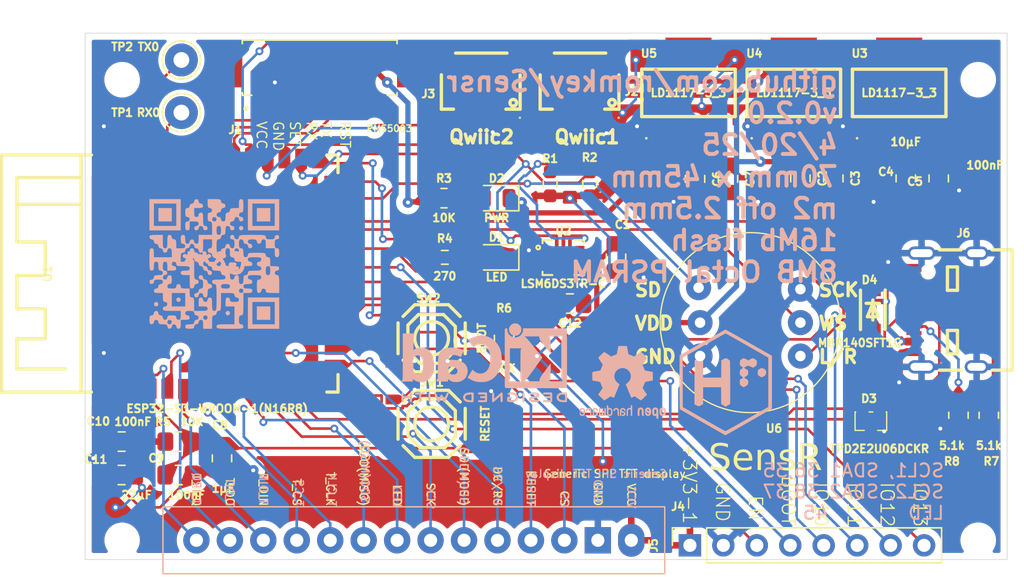
<source format=kicad_pcb>
(kicad_pcb (version 20241229) (generator "pcbnew") (generator_version "9.0")
  (title_block (title "Sensr") (date "2025-04-20") (rev "0.2.0") (company "PDX Hackerspace") (comment 1 "John Romkey"))
  (layers (0 "F.Cu" signal) (2 "B.Cu" signal) (13 "F.Paste" user) (15 "B.Paste" user) (5 "F.SilkS" user "F.Silkscreen") (7 "B.SilkS" user "B.Silkscreen") (1 "F.Mask" user) (3 "B.Mask" user) (25 "Edge.Cuts" user))
  (net 0 "")
  (net 1 "+5V")
  (net 2 "GND")
  (net 3 "VBUS")
  (net 4 "/D-")
  (net 5 "/D+")
  (net 6 "Net-(D2-A)")
  (net 7 "/EN")
  (net 8 "/BOOT")
  (net 9 "5V")
  (net 10 "/LED")
  (net 11 "Net-(D1-A)")
  (net 12 "/RX0")
  (net 13 "/TX0")
  (net 14 "+3V3-3")
  (net 15 "+3V3-1")
  (net 16 "+3V3-2")
  (net 17 "/SCL1")
  (net 18 "/SDA1")
  (net 20 "/SCL2")
  (net 21 "/SDA2")
  (net 23 "/PM_TX")
  (net 24 "/PM_SET")
  (net 25 "/PM_RX")
  (net 26 "/MIC_DAT")
  (net 27 "/MIC_WS")
  (net 28 "/MIC_CLK")
  (net 29 "/ACC_INT")
  (net 30 "/CS")
  (net 31 "/T_DIN")
  (net 32 "/SCK")
  (net 33 "/SDO")
  (net 34 "/T_CS")
  (net 35 "/T_IRQ")
  (net 36 "/T_CLK")
  (net 37 "/T_DO")
  (net 38 "/DSP_RST")
  (net 39 "/BCKLT")
  (net 40 "/DCRS")
  (net 41 "/SDI")
  (net 42 "/IO12")
  (net 43 "/IO13")
  (net 44 "/IO10")
  (net 45 "/IO11")
  (net 54 "Net-(J6-CC1)")
  (net 57 "Net-(J6-CC2)")
  (footprint "footprint:SOT-223_L6.7-W3.5-P2.30-BR" (layer "F.Cu") (at 65.5 23.5 -90)
    (property "Reference" "U5")
    (property "Value" "LD1117-3_3")
  )
  (footprint "EasyEDA:SW-SMD_4P-L5.1-W5.1-P3.70-LS6.5-TL_H1.5" (layer "F.Cu") (at 46 42.15)
    (property "Reference" "SW2")
    (property "Value" "BOOT")
  )
  (footprint "Capacitor_SMD:C_0805_2012Metric_Pad1.18x1.45mm_HandSolder" (layer "F.Cu") (at 84.5 30 -90)
    (property "Reference" "C5")
    (property "Value" "100nF")
  )
  (footprint "Resistor_SMD:R_0805_2012Metric_Pad1.20x1.40mm_HandSolder" (layer "F.Cu") (at 51.5 42.15 -90)
    (property "Reference" "R6")
    (property "Value" "10K")
  )
  (footprint "Capacitor_SMD:C_0805_2012Metric_Pad1.18x1.45mm_HandSolder" (layer "F.Cu") (at 82 30 -90)
    (property "Reference" "C4")
    (property "Value" "10µF")
  )
  (footprint "EasyEDA:WIRELM-SMD_ESP32-S3-WROOM-1" (layer "F.Cu") (at 29.742 37.238 90)
    (property "Reference" "U1")
    (property "Value" "ESP32-S3-WROOM-1(N16R8)")
  )
  (footprint "Capacitor_SMD:C_0805_2012Metric_Pad1.18x1.45mm_HandSolder" (layer "F.Cu") (at 60 36.01 -90)
    (property "Reference" "C1")
    (property "Value" "100nF")
  )
  (footprint "TestPoint:TestPoint_THTPad_D2.5mm_Drill1.2mm" (layer "F.Cu") (at 27 21)
    (property "Reference" "TP2")
    (property "Value" "TX0")
  )
  (footprint "Capacitor_SMD:C_0805_2012Metric_Pad1.18x1.45mm_HandSolder" (layer "F.Cu") (at 22.4625 50 180)
    (property "Reference" "C10")
    (property "Value" "100nF")
  )
  (footprint "Resistor_SMD:R_0805_2012Metric_Pad1.20x1.40mm_HandSolder" (layer "F.Cu") (at 46.9375 31.5)
    (property "Reference" "R3")
    (property "Value" "10K")
  )
  (footprint "footprint:USB-C-SMD_MC-311D" (layer "F.Cu") (at 85 40 90)
    (property "Reference" "J6")
    (property "Value" "TYPE-C-31-M-12" (hide yes))
  )
  (footprint "Capacitor_SMD:C_0805_2012Metric_Pad1.18x1.45mm_HandSolder" (layer "F.Cu") (at 76.5 30 -90)
    (property "Reference" "C3")
    (property "Value" "100nF")
  )
  (footprint "Capacitor_SMD:C_0805_2012Metric_Pad1.18x1.45mm_HandSolder" (layer "F.Cu") (at 74 30 -90)
    (property "Reference" "C2")
    (property "Value" "10µF")
  )
  (footprint "Capacitor_SMD:C_0805_2012Metric_Pad1.18x1.45mm_HandSolder" (layer "F.Cu") (at 30.0825 51.27 -90)
    (property "Reference" "C8")
    (property "Value" "1µF")
  )
  (footprint "footprint:SOT-223_L6.7-W3.5-P2.30-BR" (layer "F.Cu") (at 81.5 23.5 -90)
    (property "Reference" "U3")
    (property "Value" "LD1117-3_3")
  )
  (footprint "1myFootprints:INMP4" (layer "F.Cu") (at 70.19 40.96)
    (property "Reference" "U6")
    (property "Value" "~")
  )
  (footprint "Capacitor_SMD:C_0805_2012Metric_Pad1.18x1.45mm_HandSolder" (layer "F.Cu") (at 26.802 52.54)
    (property "Reference" "C9")
    (property "Value" "100nF")
  )
  (footprint "Resistor_SMD:R_0603_1608Metric_Pad0.98x0.95mm_HandSolder" (layer "F.Cu") (at 47 36)
    (property "Reference" "R4")
    (property "Value" "270")
  )
  (footprint "LED_SMD:LED_0805_2012Metric" (layer "F.Cu") (at 50.9375 31.5 180)
    (property "Reference" "D2")
    (property "Value" "PWR")
  )
  (footprint "MountingHole:MountingHole_2.2mm_M2_ISO7380" (layer "F.Cu") (at 22.5 57.5)
    (property "Reference" "M3" (hide yes))
    (property "Value" "MountingHole_2.2mm_M2_ISO7380" (hide yes))
  )
  (footprint "EasyEDA:SW-SMD_4P-L5.1-W5.1-P3.70-LS6.5-TL_H1.5" (layer "F.Cu") (at 46 48.65 180)
    (property "Reference" "SW1")
    (property "Value" "RESET")
  )
  (footprint "MountingHole:MountingHole_2.2mm_M2_ISO7380" (layer "F.Cu") (at 87.5 57.5)
    (property "Reference" "M4" (hide yes))
    (property "Value" "MountingHole_2.2mm_M2_ISO7380" (hide yes))
  )
  (footprint "MountingHole:MountingHole_2.2mm_M2_ISO7380" (layer "F.Cu") (at 22.5 22.5)
    (property "Reference" "M1" (hide yes))
    (property "Value" "MountingHole_2.2mm_M2_ISO7380" (hide yes))
  )
  (footprint "LED_SMD:LED_0805_2012Metric" (layer "F.Cu") (at 50.9375 36 180)
    (property "Reference" "D1")
    (property "Value" "LED")
  )
  (footprint "Capacitor_SMD:C_0805_2012Metric_Pad1.18x1.45mm_HandSolder" (layer "F.Cu") (at 66 30.0375 -90)
    (property "Reference" "C6")
    (property "Value" "10µF")
  )
  (footprint "footprint:CONN-SMD_4P-P1.00_SM04B-SRSS-TB-LF-SN" (layer "F.Cu") (at 49.6999 22.9375 180)
    (property "Reference" "J3")
    (property "Value" "SM04B-SRSS-TB_(LF)(SN)" (hide yes))
  )
  (footprint "Connector_PinSocket_2.54mm:PinSocket_1x08_P2.54mm_Vertical" (layer "F.Cu") (at 65.61 57.885 90)
    (property "Reference" "J5")
    (property "Value" "Conn_01x08_Pin" (hide yes))
  )
  (footprint "Capacitor_SMD:C_0805_2012Metric_Pad1.18x1.45mm_HandSolder" (layer "F.Cu") (at 22.4625 52.54 180)
    (property "Reference" "C11")
    (property "Value" "22µF")
  )
  (footprint "Resistor_SMD:R_0805_2012Metric_Pad1.20x1.40mm_HandSolder" (layer "F.Cu") (at 86 48 -90)
    (property "Reference" "R8")
    (property "Value" "5.1k")
  )
  (footprint "Capacitor_SMD:C_0805_2012Metric_Pad1.18x1.45mm_HandSolder" (layer "F.Cu") (at 68.5 30.0375 -90)
    (property "Reference" "C7")
    (property "Value" "100nF")
  )
  (footprint "Resistor_SMD:R_0603_1608Metric_Pad0.98x0.95mm_HandSolder" (layer "F.Cu") (at 55 30.4125 90)
    (property "Reference" "R1")
    (property "Value" "4.7K")
  )
  (footprint "Resistor_SMD:R_0805_2012Metric_Pad1.20x1.40mm_HandSolder" (layer "F.Cu") (at 88.302 48 -90)
    (property "Reference" "R7")
    (property "Value" "5.1k")
  )
  (footprint "1myFootprints:PMS5003 Connector" (layer "F.Cu") (at 36.895 16.6925 180)
    (property "Reference" "J1")
    (property "Value" "~" (hide yes))
  )
  (footprint "TestPoint:TestPoint_THTPad_D2.5mm_Drill1.2mm" (layer "F.Cu") (at 27 25)
    (property "Reference" "TP1")
    (property "Value" "RX0")
  )
  (footprint "footprint:CONN-SMD_4P-P1.00_SM04B-SRSS-TB-LF-SN" (layer "F.Cu") (at 57.1999 22.9375 180)
    (property "Reference" "J2")
    (property "Value" "SM04B-SRSS-TB_(LF)(SN)" (hide yes))
  )
  (footprint "EasyEDA:SC-70-3_L2.0-W1.3-P0.65-LS2.1-BL" (layer "F.Cu") (at 79.35 48.45 180)
    (property "Reference" "D3")
    (property "Value" "TPD2E2U06DCKR")
  )
  (footprint "1myFootprints:SPI_TFT_TOUCH" (layer "F.Cu") (at 25.6 60.04 -90)
    (property "Reference" "J4")
    (property "Value" "~" (hide yes))
  )
  (footprint "Capacitor_SMD:C_0805_2012Metric_Pad1.18x1.45mm_HandSolder" (layer "F.Cu") (at 56.5 39.51)
    (property "Reference" "C12")
    (property "Value" "100nF")
  )
  (footprint "MountingHole:MountingHole_2.2mm_M2_ISO7380" (layer "F.Cu") (at 87.5 22.5)
    (property "Reference" "M2" (hide yes))
    (property "Value" "MountingHole_2.2mm_M2_ISO7380" (hide yes))
  )
  (footprint "Resistor_SMD:R_0603_1608Metric_Pad0.98x0.95mm_HandSolder" (layer "F.Cu") (at 58 30.4125 90)
    (property "Reference" "R2")
    (property "Value" "4.7K")
  )
  (footprint "EasyEDA:LGA-14_L3.0-W2.5-P0.50-TL" (layer "F.Cu") (at 56 36.01)
    (property "Reference" "U2")
    (property "Value" "LSM6DS3TR-C")
  )
  (footprint "footprint:SOT-223_L6.7-W3.5-P2.30-BR" (layer "F.Cu") (at 73.5 23.5 -90)
    (property "Reference" "U4")
    (property "Value" "LD1117-3_3")
  )
  (footprint "Resistor_SMD:R_0805_2012Metric_Pad1.20x1.40mm_HandSolder" (layer "F.Cu") (at 26.7805 50)
    (property "Reference" "R5")
    (property "Value" "10K")
  )
  (footprint "EasyEDA:SOD-123F_L2.8-W1.8-LS3.7-RD" (layer "F.Cu") (at 79.5 40 -90)
    (property "Reference" "D4")
    (property "Value" "MBR140SFT1G")
  )
  (footprint "1myFootprints:CTRLH Logo" (layer "B.Cu") (at 68.5 45.5 180)
    (property "Reference" "NOT2" (hide yes))
    (property "Value" "CTRLH Logo" (hide yes))
  )
  (footprint "Symbol:KiCad-Logo2_5mm_SilkScreen" (layer "B.Cu") (at 50 44 180)
    (property "Reference" "NOT3" (hide yes))
    (property "Value" "KiCad-Logo2_5mm_SilkScreen" (hide yes))
  )
  (footprint "LOGO" (layer "B.Cu") (at 29.5 36.5 180)
    (property "Reference" "G***")
    (property "Value" "LOGO" (hide yes))
  )
  (footprint "1myFootprints:OSHW-Logo2_7.3x6mm_SilkScreen" (layer "B.Cu") (at 60.5 45.5 180)
    (property "Reference" "NOT4" (hide yes))
    (property "Value" "OSHW-Logo2_7.3x6mm_SilkScreen" (hide yes))
  )
  (gr_rect (start 19.6945 18.962) (end 89.6945 58.962) (stroke (width 0.05)) (fill no) (layer "Edge.Cuts"))
  (gr_text "SensR" (at 67 52.5 0) (layer "F.SilkS") (effects (font (size 2 2)) (justify left bottom)))
  (gr_text "BOOT" (at 72.5 52.5 270) (layer "F.SilkS") (effects (font (size 1 1) (thickness 0.1)) (justify left bottom)))
  (gr_text "IO12" (at 80 53 270) (layer "F.SilkS") (effects (font (size 1 1) (thickness 0.1)) (justify left bottom)))
  (gr_text "IO13" (at 82.5 53 270) (layer "F.SilkS") (effects (font (size 1 1) (thickness 0.1)) (justify left bottom)))
  (gr_text "IO11" (at 77.5 53 270) (layer "F.SilkS") (effects (font (size 1 1) (thickness 0.1)) (justify left bottom)))
  (gr_text "EN" (at 70 54 270) (layer "F.SilkS") (effects (font (size 1 1) (thickness 0.1)) (justify left bottom)))
  (gr_text "IO10" (at 75 53 270) (layer "F.SilkS") (effects (font (size 1 1) (thickness 0.1)) (justify left bottom)))
  (gr_text "GND" (at 67.5 53 270) (layer "F.SilkS") (effects (font (size 1 1) (thickness 0.1)) (justify left bottom)))
  (gr_text "+3V3-1" (at 65 50 270) (layer "F.SilkS") (effects (font (size 1 1) (thickness 0.1)) (justify left bottom)))
  (gr_text "Qwiic1" (at 55.199898 27.437516 0) (layer "F.SilkS") (effects (font (size 1 1) (thickness 0.25) (bold yes)) (justify left bottom)))
  (gr_text "Qwiic2" (at 47.199898 27.437516 0) (layer "F.SilkS") (effects (font (size 1 1) (thickness 0.25) (bold yes)) (justify left bottom)))
  (gr_text "SCL1, SDA1 36,35\nSCL2, SDA2 38,37\nLED        45" (at 85 56 0) (layer "B.SilkS") (effects (font (size 1 1)) (justify left bottom mirror)))
  (gr_text "github.com/romkey/Sensr\nv0.2.0\n4/20/25\n70mm x 45mm\nm2 off 2.5mm\n16Mb flash\n8MB Octal PSRAM" (at 77 38 0) (layer "B.SilkS") (effects (font (size 1.5 1.5) (thickness 0.3) (bold yes)) (justify left bottom mirror)))
  (segment (start 75.8 26.5988) (end 75.8 28.1005) (width 0.4) (layer "F.Cu") (net 1))
  (segment (start 79.5 38.45) (end 79.5 37.5483) (width 0.4) (layer "F.Cu") (net 1))
  (segment (start 59.379 32.621) (end 46.7745 32.621) (width 0.4) (layer "F.Cu") (net 1))
  (segment (start 83.1551 30.3074) (end 84.5 28.9625) (width 0.4) (layer "F.Cu") (net 1))
  (segment (start 68.5 29) (end 69.4562 29.9562) (width 0.4) (layer "F.Cu") (net 1))
  (segment (start 45.9375 31.784) (end 44.2462 31.784) (width 0.4) (layer "F.Cu") (net 1))
  (segment (start 83.1551 30.3074) (end 83.1551 32.7253) (width 0.4) (layer "F.Cu") (net 1))
  (segment (start 33.125 22.5362) (end 33.125 24.4825) (width 0.4) (layer "F.Cu") (net 1))
  (segment (start 44.2462 31.784) (end 44.2001 31.8301) (width 0.4) (layer "F.Cu") (net 1))
  (segment (start 79.5 36.3804) (end 79.5 37.4087) (width 0.4) (layer "F.Cu") (net 1))
  (segment (start 46.7745 32.621) (end 45.9375 31.784) (width 0.4) (layer "F.Cu") (net 1))
  (segment (start 83.1551 32.7253) (end 79.5 36.3804) (width 0.4) (layer "F.Cu") (net 1))
  (segment (start 69.4562 29.9562) (end 75.5063 29.9562) (width 0.4) (layer "F.Cu") (net 1))
  (segment (start 68.5 29) (end 67.4426 30.0574) (width 0.4) (layer "F.Cu") (net 1))
  (segment (start 33.7571 21.9041) (end 33.125 22.5362) (width 0.4) (layer "F.Cu") (net 1))
  (segment (start 82.895 30.0473) (end 77.5848 30.0473) (width 0.4) (layer "F.Cu") (net 1))
  (segment (start 77.5848 30.0473) (end 76.5 28.9625) (width 0.4) (layer "F.Cu") (net 1))
  (segment (start 83.8 26.5988) (end 83.8 28.1005) (width 0.4) (layer "F.Cu") (net 1))
  (segment (start 79.3604 37.4087) (end 79.5 37.5483) (width 0.4) (layer "F.Cu") (net 1))
  (segment (start 67.8 28.1005) (end 68.5 28.8005) (width 0.4) (layer "F.Cu") (net 1))
  (segment (start 83.1551 30.3074) (end 82.895 30.0473) (width 0.4) (layer "F.Cu") (net 1))
  (segment (start 83.8 28.1005) (end 84.5 28.8005) (width 0.4) (layer "F.Cu") (net 1))
  (segment (start 75.5063 29.9562) (end 76.5 28.9625) (width 0.4) (layer "F.Cu") (net 1))
  (segment (start 75.8 28.1005) (end 76.5 28.8005) (width 0.4) (layer "F.Cu") (net 1))
  (segment (start 41.8314 21.9041) (end 33.7571 21.9041) (width 0.4) (layer "F.Cu") (net 1))
  (segment (start 67.8 26.5988) (end 67.8 28.1005) (width 0.4) (layer "F.Cu") (net 1))
  (segment (start 42.6348 22.7075) (end 41.8314 21.9041) (width 0.4) (layer "F.Cu") (net 1))
  (segment (start 67.4426 30.0574) (end 61.9426 30.0574) (width 0.4) (layer "F.Cu") (net 1))
  (segment (start 61.9426 30.0574) (end 59.379 32.621) (width 0.4) (layer "F.Cu") (net 1))
  (via (at 44.2001 31.8301) (size 0.8) (drill 0.3) (layers "F.Cu" "B.Cu") (net 1))
  (via (at 42.6348 22.7075) (size 0.8) (drill 0.3) (layers "F.Cu" "B.Cu") (net 1))
  (segment (start 44.2001 24.2728) (end 42.6348 22.7075) (width 0.4) (layer "B.Cu") (net 1))
  (segment (start 44.2001 31.8301) (end 44.2001 24.2728) (width 0.4) (layer "B.Cu") (net 1))
  (segment (start 54.74 35.26) (end 53.9983 35.26) (width 0.4) (layer "F.Cu") (net 2))
  (segment (start 84.6218 49.0117) (end 85.9883 49.0117) (width 0.4) (layer "F.Cu") (net 2))
  (segment (start 65.2938 31.7812) (end 66 31.075) (width 0.4) (layer "F.Cu") (net 2))
  (segment (start 70.782 31.7827) (end 73.2548 31.7827) (width 0.4) (layer "F.Cu") (net 2))
  (segment (start 56.5 37.2141) (end 57.3579 38.072) (width 0.2798) (layer "F.Cu") (net 2))
  (segment (start 30.0825 52.3075) (end 28.072 52.3075) (width 0.4) (layer "F.Cu") (net 2))
  (segment (start 20.3073 51.27) (end 21.425 52.3877) (width 0.4) (layer "F.Cu") (net 2))
  (segment (start 34.0973 22.7075) (end 34.375 22.9852) (width 0.4) (layer "F.Cu") (net 2))
  (segment (start 21.112 43.2687) (end 20.852 43.5287) (width 0.4) (layer "F.Cu") (net 2))
  (segment (start 49.9017 46.7853) (end 49.9017 46.8) (width 0.4) (layer "F.Cu") (net 2))
  (segment (start 82.6225 36.8001) (end 81.6458 36.8001) (width 0.4) (layer "F.Cu") (net 2))
  (segment (start 50.6345 26.4934) (end 51.0757 26.0522) (width 0.4) (layer "F.Cu") (net 2))
  (segment (start 79.557 31.7827) (end 81.2548 31.7827) (width 0.4) (layer "F.Cu") (net 2))
  (segment (start 34.375 22.9852) (end 34.375 24.4825) (width 0.4) (layer "F.Cu") (net 2))
  (segment (start 69.9848 26.0397) (end 69.9848 25.5683) (width 0.4) (layer "F.Cu") (net 2))
  (segment (start 23.885 55) (end 25.3795 55) (width 0.2) (layer "F.Cu") (net 2))
  (segment (start 47.2098 43.8812) (end 47.9795 43.8812) (width 0.4) (layer "F.Cu") (net 2))
  (segment (start 21.112 43.2687) (end 24.2427 40.138) (width 0.4) (layer "F.Cu") (net 2))
  (segment (start 54.3692 35.76) (end 54.3692 35.8202) (width 0.4) (layer "F.Cu") (net 2))
  (segment (start 63.2 26.5988) (end 63.2 25.0971) (width 0.4) (layer "F.Cu") (net 2))
  (segment (start 44.0205 43.8812) (end 43.9017 44) (width 0.4) (layer "F.Cu") (net 2))
  (segment (start 81.5 45.5) (end 81.575 45.425) (width 0.4) (layer "F.Cu") (net 2))
  (segment (start 81.2548 31.7827) (end 82 31.0375) (width 0.4) (layer "F.Cu") (net 2))
  (segment (start 81.1976 36.3519) (end 81.6458 36.8001) (width 0.4) (layer "F.Cu") (net 2))
  (segment (start 32.4572 52.1831) (end 30.2069 52.1831) (width 0.4) (layer "F.Cu") (net 2))
  (segment (start 52.20842 31.821001) (end 51.887419 31.5) (width 0.4) (layer "F.Cu") (net 2))
  (segment (start 50.5219 46.1651) (end 49.9017 46.7853) (width 0.4) (layer "F.Cu") (net 2))
  (segment (start 80.6621 36.3519) (end 81.1976 36.3519) (width 0.4) (layer "F.Cu") (net 2))
  (segment (start 69.9848 25.5683) (end 70.456 25.0971) (width 0.4) (layer "F.Cu") (net 2))
  (segment (start 70.456 25.0971) (end 71.2 25.0971) (width 0.4) (layer "F.Cu") (net 2))
  (segment (start 61.5973 26.0397) (end 61.5973 25.9218) (width 0.4) (layer "F.Cu") (net 2))
  (segment (start 20.3073 51.27) (end 21.425 50.1523) (width 0.4) (layer "F.Cu") (net 2))
  (segment (start 81.575 43.2709) (end 81.6458 43.2001) (width 0.4) (layer "F.Cu") (net 2))
  (segment (start 80.278 49.2237) (end 80.1017 49.4) (width 0.4) (layer "F.Cu") (net 2))
  (segment (start 79.2 26.5988) (end 79.2 25.0971) (width 0.4) (layer "F.Cu") (net 2))
  (segment (start 68.5 31.075) (end 66 31.075) (width 0.4) (layer "F.Cu") (net 2))
  (segment (start 51.0757 26.0522) (end 51.1998 26.0522) (width 0.4) (layer "F.Cu") (net 2))
  (segment (start 56.5 37.02) (end 56 37.02) (width 0.2798) (layer "F.Cu") (net 2))
  (segment (start 54.3692 35.76) (end 53.9983 35.76) (width 0.4) (layer "F.Cu") (net 2))
  (segment (start 80.3598 49.2237) (end 80.278 49.2237) (width 0.4) (layer "F.Cu") (net 2))
  (segment (start 86.0478 30.9129) (end 84.6246 30.9129) (width 0.4) (layer "F.Cu") (net 2))
  (segment (start 24.2427 40.138) (end 27.172 40.138) (width 0.4) (layer "F.Cu") (net 2))
  (segment (start 71.2 26.5988) (end 71.2 25.0971) (width 0.4) (layer "F.Cu") (net 2))
  (segment (start 86 49) (end 88.302 49) (width 0.4) (layer "F.Cu") (net 2))
  (segment (start 54.74 35.76) (end 54.3692 35.76) (width 0.4) (layer "F.Cu") (net 2))
  (segment (start 20.852 26.2997) (end 20.852 28.488) (width 0.4) (layer "F.Cu") (net 2))
  (segment (start 58.6998 24.8755) (end 58.6998 26.0522) (width 0.4) (layer "F.Cu") (net 2))
  (segment (start 44.7098 43.8812) (end 44.0205 43.8812) (width 0.4) (layer "F.Cu") (net 2))
  (segment (start 62.422 25.0971) (end 63.2 25.0971) (width 0.4) (layer "F.Cu") (net 2))
  (segment (start 54.3692 35.8202) (end 54.74 36.191) (width 0.4) (layer "F.Cu") (net 2))
  (segment (start 53.3817 35.4617) (end 53.7966 35.4617) (width 0.4) (layer "F.Cu") (net 2))
  (segment (start 81.6458 43.2001) (end 82.6225 43.2001) (width 0.4) (layer "F.Cu") (net 2))
  (segment (start 54.74 36.191) (end 54.74 36.26) (width 0.2798) (layer "F.Cu") (net 2))
  (segment (start 49 46.8) (end 49.9017 46.8) (width 0.4) (layer "F.Cu") (net 2))
  (segment (start 60.4782 37.5257) (end 60 37.0475) (width 0.4) (layer "F.Cu") (net 2))
  (segment (start 21.112 26.0397) (end 20.852 26.2997) (width 0.4) (layer "F.Cu") (net 2))
  (segment (start 79.35 49.4) (end 80.1017 49.4) (width 0.4) (layer "F.Cu") (net 2))
  (segment (start 76.5 31.0375) (end 74 31.0375) (width 0.4) (layer "F.Cu") (net 2))
  (segment (start 53.7966 35.4617) (end 53.9983 35.6634) (width 0.4) (layer "F.Cu") (net 2))
  (segment (start 77.2223 26.0397) (end 78.1649 25.0971) (width 0.4) (layer "F.Cu") (net 2))
  (segment (start 61.5973 25.9218) (end 62.422 25.0971) (width 0.4) (layer "F.Cu") (net 2))
  (segment (start 44.7098 46.0522) (end 44.6495 46.0522) (width 0.4) (layer "F.Cu") (net 2))
  (segment (start 21.425 52.54) (end 23.885 55) (width 0.2) (layer "F.Cu") (net 2))
  (segment (start 47.9795 43.8812) (end 48.0983 44) (width 0.4) (layer "F.Cu") (net 2))
  (segment (start 62.0978 37.5257) (end 60.4782 37.5257) (width 0.4) (layer "F.Cu") (net 2))
  (segment (start 44.6495 46.0522) (end 43.9017 46.8) (width 0.4) (layer "F.Cu") (net 2))
  (segment (start 25.3795 55) (end 27.8395 52.54) (width 0.2) (layer "F.Cu") (net 2))
  (segment (start 20.852 43.5287) (end 20.852 45.988) (width 0.4) (layer "F.Cu") (net 2))
  (segment (start 78.1649 25.0971) (end 79.2 25.0971) (width 0.4) (layer "F.Cu") (net 2))
  (segment (start 49 44) (end 48.0983 44) (width 0.4) (layer "F.Cu") (net 2))
  (segment (start 43 46.8) (end 43.9017 46.8) (width 0.4) (layer "F.Cu") (net 2))
  (segment (start 81.575 45.425) (end 81.575 43.2709) (width 0.4) (layer "F.Cu") (net 2))
  (segment (start 53.9983 35.6634) (end 53.9983 35.76) (width 0.4) (layer "F.Cu") (net 2))
  (segment (start 51.1998 24.8755) (end 51.1998 26.0522) (width 0.4) (layer "F.Cu") (net 2))
  (segment (start 57.3579 38.072) (end 57.3579 39.3304) (width 0.4) (layer "F.Cu") (net 2))
  (segment (start 59.2722 26.563) (end 58.7614 26.0522) (width 0.4) (layer "F.Cu") (net 2))
  (segment (start 52.831051 31.821001) (end 52.20842 31.821001) (width 0.4) (layer "F.Cu") (net 2))
  (segment (start 73.2548 31.7827) (end 74 31.0375) (width 0.4) (layer "F.Cu") (net 2))
  (segment (start 64.3706 31.7812) (end 65.2938 31.7812) (width 0.4) (layer "F.Cu") (net 2))
  (segment (start 43 44) (end 43.9017 44) (width 0.4) (layer "F.Cu") (net 2))
  (segment (start 58.7614 26.0522) (end 58.6998 26.0522) (width 0.4) (layer "F.Cu") (net 2))
  (segment (start 53.7966 35.4617) (end 53.9983 35.26) (width 0.4) (layer "F.Cu") (net 2))
  (via (at 47.2098 43.8812) (size 0.8) (drill 0.3) (layers "F.Cu" "B.Cu") (net 2))
  (via (at 32.4572 52.1831) (size 0.8) (drill 0.3) (layers "F.Cu" "B.Cu") (net 2))
  (via (at 64.3706 31.7812) (size 0.8) (drill 0.3) (layers "F.Cu" "B.Cu") (net 2))
  (via (at 61.5973 26.0397) (size 0.8) (drill 0.3) (layers "F.Cu" "B.Cu") (net 2))
  (via (at 34.0973 22.7075) (size 0.8) (drill 0.3) (layers "F.Cu" "B.Cu") (net 2))
  (via (at 59.2722 26.563) (size 0.8) (drill 0.3) (layers "F.Cu" "B.Cu") (net 2))
  (via (at 21.112 26.0397) (size 0.8) (drill 0.3) (layers "F.Cu" "B.Cu") (net 2))
  (via (at 21.112 43.2687) (size 0.8) (drill 0.3) (layers "F.Cu" "B.Cu") (net 2))
  (via (at 50.6345 26.4934) (size 0.8) (drill 0.3) (layers "F.Cu" "B.Cu") (net 2))
  (via (at 57.3579 38.072) (size 0.8) (drill 0.3) (layers "F.Cu" "B.Cu") (net 2))
  (via (at 79.557 31.7827) (size 0.8) (drill 0.3) (layers "F.Cu" "B.Cu") (net 2))
  (via (at 52.831051 31.821001) (size 0.8) (drill 0.3) (layers "F.Cu" "B.Cu") (net 2))
  (via (at 69.9848 26.0397) (size 0.8) (drill 0.3) (layers "F.Cu" "B.Cu") (net 2))
  (via (at 81.5 45.5) (size 0.8) (drill 0.3) (layers "F.Cu" "B.Cu") (net 2))
  (via (at 86.0478 30.9129) (size 0.8) (drill 0.3) (layers "F.Cu" "B.Cu") (net 2))
  (via (at 50.5219 46.1651) (size 0.8) (drill 0.3) (layers "F.Cu" "B.Cu") (net 2))
  (via (at 20.3073 51.27) (size 0.8) (drill 0.3) (layers "F.Cu" "B.Cu") (net 2))
  (via (at 80.3598 49.2237) (size 0.8) (drill 0.3) (layers "F.Cu" "B.Cu") (net 2))
  (via (at 44.7098 43.8812) (size 0.8) (drill 0.3) (layers "F.Cu" "B.Cu") (net 2))
  (via (at 62.0978 37.5257) (size 0.8) (drill 0.3) (layers "F.Cu" "B.Cu") (net 2))
  (via (at 84.6218 49.0117) (size 0.8) (drill 0.3) (layers "F.Cu" "B.Cu") (net 2))
  (via (at 44.7098 46.0522) (size 0.8) (drill 0.3) (layers "F.Cu" "B.Cu") (net 2))
  (via (at 80.6621 36.3519) (size 0.8) (drill 0.3) (layers "F.Cu" "B.Cu") (net 2))
  (via (at 70.782 31.7827) (size 0.8) (drill 0.3) (layers "F.Cu" "B.Cu") (net 2))
  (via (at 77.2223 26.0397) (size 0.8) (drill 0.3) (layers "F.Cu" "B.Cu") (net 2))
  (via (at 53.3817 35.4617) (size 0.8) (drill 0.3) (layers "F.Cu" "B.Cu") (net 2))
  (segment (start 52.831051 34.331051) (end 53 34.5) (width 0.4) (layer "B.Cu") (net 2))
  (segment (start 52.831051 31.821001) (end 52.831051 34.331051) (width 0.4) (layer "B.Cu") (net 2))
  (segment (start 79.5 39.351) (end 79.5 41.55) (width 0.4) (layer "F.Cu") (net 3))
  (segment (start 80.501 38.244) (end 80.501 39.351) (width 0.4) (layer "F.Cu") (net 3))
  (segment (start 81.6458 37.5999) (end 81.0017 38.244) (width 0.4) (layer "F.Cu") (net 3))
  (segment (start 80.501 39.351) (end 80.5 39.351) (width 0.4) (layer "F.Cu") (net 3))
  (segment (start 80.5 39.351) (end 79.5 39.351) (width 0.4) (layer "F.Cu") (net 3))
  (segment (start 81.6458 42.1941) (end 81.6458 42.4) (width 0.4) (layer "F.Cu") (net 3))
  (segment (start 82.6225 37.5999) (end 81.6458 37.5999) (width 0.4) (layer "F.Cu") (net 3))
  (segment (start 81.0017 38.244) (end 80.501 38.244) (width 0.4) (layer "F.Cu") (net 3))
  (segment (start 82.6225 42.4) (end 81.6458 42.4) (width 0.4) (layer "F.Cu") (net 3))
  (via (at 81.6458 42.4) (size 0.6) (drill 0.3) (layers "F.Cu" "B.Cu") (net 3))
  (via (at 80.5 39.351) (size 0.6) (drill 0.3) (layers "F.Cu" "B.Cu") (net 3))
  (segment (start 80.5 39.351) (end 80.5 41.2542) (width 0.4) (layer "B.Cu") (net 3))
  (segment (start 80.5 41.2542) (end 81.6458 42.4) (width 0.4) (layer "B.Cu") (net 3))
  (segment (start 37.354 48.3017) (end 79.1983 48.3017) (width 0.2) (layer "F.Cu") (net 4))
  (segment (start 84.548485 44.951515) (end 84.548485 41.111385) (width 0.2) (layer "F.Cu") (net 4))
  (segment (start 36.092 47.0397) (end 37.354 48.3017) (width 0.2) (layer "F.Cu") (net 4))
  (segment (start 80 47.5) (end 82 47.5) (width 0.2) (layer "F.Cu") (net 4))
  (segment (start 79.1983 48.3017) (end 80 47.5) (width 0.2) (layer "F.Cu") (net 4))
  (segment (start 36.092 45.988) (end 36.092 47.0397) (width 0.2) (layer "F.Cu") (net 4))
  (segment (start 84.1872 40.7501) (end 83.4992 40.7501) (width 0.2) (layer "F.Cu") (net 4))
  (segment (start 82.6225 40.7501) (end 83.4992 40.7501) (width 0.2) (layer "F.Cu") (net 4))
  (segment (start 84.548485 41.111385) (end 84.1872 40.7501) (width 0.2) (layer "F.Cu") (net 4))
  (segment (start 82 47.5) (end 84.548485 44.951515) (width 0.2) (layer "F.Cu") (net 4))
  (segment (start 82.6225 39.7501) (end 83.4992 39.7501) (width 0.2) (layer "F.Cu") (net 4))
  (segment (start 83.4992 40.7501) (end 83.4992 39.7501) (width 0.2) (layer "F.Cu") (net 4))
  (segment (start 73.5 47.5) (end 78.7 47.5) (width 0.2) (layer "F.Cu") (net 5))
  (segment (start 78.5 43.4957) (end 78.5 46.6) (width 0.2) (layer "F.Cu") (net 5))
  (segment (start 42.199 47.476) (end 43.801 47.476) (width 0.2) (layer "F.Cu") (net 5))
  (segment (start 81.7458 40.2499) (end 80.401 41.5947) (width 0.2) (layer "F.Cu") (net 5))
  (segment (start 43.801 47.301) (end 44.10922 47.301) (width 0.2) (layer "F.Cu") (net 5))
  (segment (start 82.6225 40.2499) (end 81.7458 40.2499) (width 0.2) (layer "F.Cu") (net 5))
  (segment (start 43.801 47.476) (end 43.801 47.301) (width 0.2) (layer "F.Cu") (net 5))
  (segment (start 78.7 46.8) (end 78.7 47.099) (width 0.2) (layer "F.Cu") (net 5))
  (segment (start 45.000164 46.7532) (end 45.253364 46.5) (width 0.2) (layer "F.Cu") (net 5))
  (segment (start 42.199 46.5) (end 42.199 47.476) (width 0.2) (layer "F.Cu") (net 5))
  (segment (start 80.401 41.5947) (end 80.401 45.3967) (width 0.2) (layer "F.Cu") (net 5))
  (segment (start 44.65702 46.7532) (end 45.000164 46.7532) (width 0.2) (layer "F.Cu") (net 5))
  (segment (start 73.0993 47.9007) (end 73.5 47.5) (width 0.2) (layer "F.Cu") (net 5))
  (segment (start 50.2257 47.9007) (end 73.0993 47.9007) (width 0.2) (layer "F.Cu") (net 5))
  (segment (start 48.199 47.476) (end 49.801 47.476) (width 0.2) (layer "F.Cu") (net 5))
  (segment (start 80.401 45.3967) (end 78.5 43.4957) (width 0.2) (layer "F.Cu") (net 5))
  (segment (start 82.6225 39.2499) (end 81.7458 39.2499) (width 0.2) (layer "F.Cu") (net 5))
  (segment (start 78.5 46.6) (end 78.7 46.8) (width 0.2) (layer "F.Cu") (net 5))
  (segment (start 81.7458 39.2499) (end 81.7458 40.2499) (width 0.2) (layer "F.Cu") (net 5))
  (segment (start 49.801 47.476) (end 50.2257 47.9007) (width 0.2) (layer "F.Cu") (net 5))
  (segment (start 44.10922 47.301) (end 44.65702 46.7532) (width 0.2) (layer "F.Cu") (net 5))
  (segment (start 45.253364 46.5) (end 48.199 46.5) (width 0.2) (layer "F.Cu") (net 5))
  (segment (start 48.199 46.5) (end 48.199 47.476) (width 0.2) (layer "F.Cu") (net 5))
  (segment (start 37.362 46.5) (end 42.199 46.5) (width 0.2) (layer "F.Cu") (net 5))
  (segment (start 47.9375 31.5) (end 50 31.5) (width 0.2) (layer "F.Cu") (net 6))
  (segment (start 23.392 45.988) (end 23.392 47.0397) (width 0.2) (layer "F.Cu") (net 7))
  (segment (start 24.8202 47.0397) (end 27.7805 50) (width 0.2) (layer "F.Cu") (net 7))
  (segment (start 63.305 50.5) (end 70.69 57.885) (width 0.2) (layer "F.Cu") (net 7))
  (segment (start 25.7645 52.54) (end 27.7805 50.524) (width 0.2) (layer "F.Cu") (net 7))
  (segment (start 49 50.5) (end 63.305 50.5) (width 0.2) (layer "F.Cu") (net 7))
  (segment (start 23.392 47.0397) (end 24.8202 47.0397) (width 0.2) (layer "F.Cu") (net 7))
  (segment (start 43 50.5) (end 30.35 50.5) (width 0.2) (layer "F.Cu") (net 7))
  (segment (start 30.0825 50.2325) (end 28.013 50.2325) (width 0.2) (layer "F.Cu") (net 7))
  (segment (start 49 50.5) (end 43 50.5) (width 0.2) (layer "F.Cu") (net 7))
  (segment (start 43 40.3) (end 49 40.3) (width 0.2) (layer "F.Cu") (net 8))
  (segment (start 51.5 43.15) (end 53.7463 45.3963) (width 0.2) (layer "F.Cu") (net 8))
  (segment (start 37.362 28.488) (end 37.7177 28.8437) (width 0.2) (layer "F.Cu") (net 8))
  (segment (start 43 40.3) (end 42.1983 40.3) (width 0.2) (layer "F.Cu") (net 8))
  (segment (start 49 40.3) (end 49 40.9767) (width 0.2) (layer "F.Cu") (net 8))
  (segment (start 49.3267 40.9767) (end 51.5 43.15) (width 0.2) (layer "F.Cu") (net 8))
  (segment (start 49 40.9767) (end 49.3267 40.9767) (width 0.2) (layer "F.Cu") (net 8))
  (segment (start 42.1011 40.3972) (end 42.1983 40.3) (width 0.2) (layer "F.Cu") (net 8))
  (segment (start 37.7177 28.8437) (end 41.532 28.8437) (width 0.2) (layer "F.Cu") (net 8))
  (segment (start 53.7463 45.3963) (end 64.1159 45.3963) (width 0.2) (layer "F.Cu") (net 8))
  (segment (start 41.2864 40.3972) (end 42.1011 40.3972) (width 0.2) (layer "F.Cu") (net 8))
  (via (at 41.2864 40.3972) (size 0.6) (drill 0.3) (layers "F.Cu" "B.Cu") (net 8))
  (via (at 41.532 28.8437) (size 0.6) (drill 0.3) (layers "F.Cu" "B.Cu") (net 8))
  (via (at 64.1159 45.3963) (size 0.6) (drill 0.3) (layers "F.Cu" "B.Cu") (net 8))
  (segment (start 41.2864 40.3972) (end 41.532 40.1516) (width 0.2) (layer "B.Cu") (net 8))
  (segment (start 73.23 57.885) (end 64.1159 48.7709) (width 0.2) (layer "B.Cu") (net 8))
  (segment (start 64.1159 48.7709) (end 64.1159 45.3963) (width 0.2) (layer "B.Cu") (net 8))
  (segment (start 41.532 40.1516) (end 41.532 28.8437) (width 0.2) (layer "B.Cu") (net 8))
  (segment (start 50.4865 34.6115) (end 51.875 36) (width 0.2) (layer "F.Cu") (net 10))
  (segment (start 42.3046 34.6115) (end 50.4865 34.6115) (width 0.2) (layer "F.Cu") (net 10))
  (segment (start 38.602 30.248) (end 41.7247 30.248) (width 0.2) (layer "F.Cu") (net 10))
  (segment (start 41.7247 30.248) (end 42.2263 30.7496) (width 0.2) (layer "F.Cu") (net 10))
  (via (at 42.2263 30.7496) (size 0.6) (drill 0.3) (layers "F.Cu" "B.Cu") (net 10))
  (via (at 42.3046 34.6115) (size 0.6) (drill 0.3) (layers "F.Cu" "B.Cu") (net 10))
  (segment (start 42.2263 30.7496) (end 42.2263 34.5332) (width 0.2) (layer "B.Cu") (net 10))
  (segment (start 42.2263 34.5332) (end 42.3046 34.6115) (width 0.2) (layer "B.Cu") (net 10))
  (segment (start 47.9125 36) (end 50 36) (width 0.2) (layer "F.Cu") (net 11))
  (segment (start 25.932 26.068) (end 25.932 28.488) (width 0.2) (layer "F.Cu") (net 12))
  (segment (start 27 25) (end 25.932 26.068) (width 0.2) (layer "F.Cu") (net 12))
  (segment (start 24.662 23.338) (end 27 21) (width 0.2) (layer "F.Cu") (net 13))
  (segment (start 24.662 28.488) (end 24.662 23.338) (width 0.2) (layer "F.Cu") (net 13))
  (segment (start 83.6517 20.6587) (end 83.6517 20.4012) (width 0.4) (layer "F.Cu") (net 14))
  (segment (start 57.6998 24.8755) (end 57.6998 23.6988) (width 0.4) (layer "F.Cu") (net 14))
  (segment (start 80.6355 23.6749) (end 83.6517 20.6587) (width 0.4) (layer "F.Cu") (net 14))
  (segment (start 81.5 26.5988) (end 81.5 25.0971) (width 0.4) (layer "F.Cu") (net 14))
  (segment (start 82 28.9625) (end 81.5 28.4625) (width 0.4) (layer "F.Cu") (net 14))
  (segment (start 57.7237 23.6749) (end 57.6998 23.6988) (width 0.4) (layer "F.Cu") (net 14))
  (segment (start 81.5 28.4625) (end 81.5 26.5988) (width 0.4) (layer "F.Cu") (net 14))
  (segment (start 81.5 24.5394) (end 80.6355 23.6749) (width 0.4) (layer "F.Cu") (net 14))
  (segment (start 81.5 20.4012) (end 83.6517 20.4012) (width 0.4) (layer "F.Cu") (net 14))
  (segment (start 81.5 25.0971) (end 81.5 24.5394) (width 0.4) (layer "F.Cu") (net 14))
  (segment (start 80.6355 23.6749) (end 57.7237 23.6749) (width 0.4) (layer "F.Cu") (net 14))
  (segment (start 54 43.5) (end 51.65 41.15) (width 0.2) (layer "F.Cu") (net 15))
  (segment (start 66 27.098806) (end 65.5 26.598806) (width 0.4) (layer "F.Cu") (net 15))
  (segment (start 58.175 31.325) (end 59.5 30) (width 0.4) (layer "F.Cu") (net 15))
  (segment (start 66 29) (end 66 27.098806) (width 0.4) (layer "F.Cu") (net 15))
  (segment (start 23.5 53) (end 24 53.5) (width 0.2) (layer "F.Cu") (net 15))
  (via (at 69 21) (size 0.6) (drill 0.3) (layers "F.Cu" "B.Cu") (net 15))
  (via (at 24 53.5) (size 0.6) (drill 0.3) (layers "F.Cu" "B.Cu") (net 15))
  (via (at 56.5 31.5) (size 0.6) (drill 0.3) (layers "F.Cu" "B.Cu") (net 15))
  (via (at 66.5 24.5) (size 0.6) (drill 0.3) (layers "F.Cu" "B.Cu") (net 15))
  (via (at 61.5 21) (size 0.6) (drill 0.3) (layers "F.Cu" "B.Cu") (net 15))
  (via (at 54 43.5) (size 0.6) (drill 0.3) (layers "F.Cu" "B.Cu") (net 15))
  (via (at 22 55) (size 0.6) (drill 0.3) (layers "F.Cu" "B.Cu") (net 15))
  (via (at 60.5 25) (size 0.6) (drill 0.3) (layers "F.Cu" "B.Cu") (net 15))
  (via (at 59 51.5) (size 0.6) (drill 0.3) (layers "F.Cu" "B.Cu") (net 15))
  (segment (start 66.5 24.5) (end 66.5 23.5) (width 0.2) (layer "B.Cu") (net 15))
  (segment (start 59.5 34.5) (end 59.5 38) (width 0.2) (layer "B.Cu") (net 15))
  (segment (start 22.5 55) (end 22 55) (width 0.2) (layer "B.Cu") (net 15))
  (segment (start 56.5 31.5) (end 59.5 34.5) (width 0.2) (layer "B.Cu") (net 15))
  (segment (start 66.5 23.5) (end 69 21) (width 0.2) (layer "B.Cu") (net 15))
  (segment (start 59.5 38) (end 54 43.5) (width 0.2) (layer "B.Cu") (net 15))
  (segment (start 59 48.5) (end 59 51.5) (width 0.2) (layer "B.Cu") (net 15))
  (segment (start 60.5 25) (end 61.5 24) (width 0.2) (layer "B.Cu") (net 15))
  (segment (start 54 43.5) (end 59 48.5) (width 0.2) (layer "B.Cu") (net 15))
  (segment (start 61.5 24) (end 61.5 21) (width 0.2) (layer "B.Cu") (net 15))
  (segment (start 24 53.5) (end 22.5 55) (width 0.2) (layer "B.Cu") (net 15))
  (segment (start 58.1546 36.8179) (end 58.1368 36.8002) (width 0.4) (layer "F.Cu") (net 16))
  (segment (start 66.38 40.96) (end 58.8125 40.96) (width 0.4) (layer "F.Cu") (net 16))
  (segment (start 73.5 20.4012) (end 71.3483 20.4012) (width 0.4) (layer "F.Cu") (net 16))
  (segment (start 58.1546 36.8179) (end 60 34.9725) (width 0.4) (layer "F.Cu") (net 16))
  (segment (start 70.9504 28.7275) (end 73.765 28.7275) (width 0.4) (layer "F.Cu") (net 16))
  (segment (start 73.5 28.4625) (end 74 28.9625) (width 0.4) (layer "F.Cu") (net 16))
  (segment (start 58.8125 40.96) (end 58.5406 40.6881) (width 0.4) (layer "F.Cu") (net 16))
  (segment (start 55.5 39.4725) (end 55.5 37.02) (width 0.2798) (layer "F.Cu") (net 16))
  (segment (start 56.6406 40.6881) (end 55.4625 39.51) (width 0.4) (layer "F.Cu") (net 16))
  (segment (start 58.1368 36.8002) (end 57.9818 36.8002) (width 0.2798) (layer "F.Cu") (net 16))
  (segment (start 50.1998 24.8755) (end 50.1998 23.6988) (width 0.4) (layer "F.Cu") (net 16))
  (segment (start 51.2949 22.6037) (end 70.782 22.6037) (width 0.4) (layer "F.Cu") (net 16))
  (segment (start 58.5406 40.6881) (end 56.6406 40.6881) (width 0.4) (layer "F.Cu") (net 16))
  (segment (start 50.1998 23.6988) (end 51.2949 22.6037) (width 0.4) (layer "F.Cu") (net 16))
  (segment (start 71.3483 22.0374) (end 71.3483 20.4012) (width 0.4) (layer "F.Cu") (net 16))
  (segment (start 58.5406 40.6881) (end 58.5406 37.204) (width 0.4) (layer "F.Cu") (net 16))
  (segment (start 55.5 36.538) (end 55.5 37.02) (width 0.1) (layer "F.Cu") (net 16))
  (segment (start 70.782 22.6037) (end 71.3483 22.0374) (width 0.4) (layer "F.Cu") (net 16))
  (segment (start 56.5 35) (end 56.5 35.538) (width 0.1) (layer "F.Cu") (net 16))
  (segment (start 57.26 36.76) (end 57.9416 36.76) (width 0.2798) (layer "F.Cu") (net 16))
  (segment (start 56.5 35.538) (end 55.5 36.538) (width 0.1) (layer "F.Cu") (net 16))
  (segment (start 58.5406 37.204) (end 58.1546 36.8179) (width 0.4) (layer "F.Cu") (net 16))
  (segment (start 57.9818 36.8002) (end 57.9416 36.76) (width 0.2798) (layer "F.Cu") (net 16))
  (segment (start 73.5 26.5988) (end 73.5 28.4625) (width 0.4) (layer "F.Cu") (net 16))
  (via (at 70.782 22.6037) (size 0.8) (drill 0.3) (layers "F.Cu" "B.Cu") (net 16))
  (via (at 70.9504 28.7275) (size 0.8) (drill 0.3) (layers "F.Cu" "B.Cu") (net 16))
  (segment (start 69.1518 38.1882) (end 69.1518 28.7275) (width 0.4) (layer "B.Cu") (net 16))
  (segment (start 69.1518 24.2339) (end 70.782 22.6037) (width 0.4) (layer "B.Cu") (net 16))
  (segment (start 69.1518 28.7275) (end 69.1518 24.2339) (width 0.4) (layer "B.Cu") (net 16))
  (segment (start 66.38 40.96) (end 69.1518 38.1882) (width 0.4) (layer "B.Cu") (net 16))
  (segment (start 69.1518 28.7275) (end 70.9504 28.7275) (width 0.4) (layer "B.Cu") (net 16))
  (segment (start 55 26.6512) (end 55.6995 25.9517) (width 0.2) (layer "F.Cu") (net 17))
  (segment (start 55 28.9011) (end 55 27.4363) (width 0.2) (layer "F.Cu") (net 17))
  (segment (start 34.822 28.488) (end 34.822 27.4363) (width 0.2) (layer "F.Cu") (net 17))
  (segment (start 55 29.5) (end 55 28.9011) (width 0.2) (layer "F.Cu") (net 17))
  (segment (start 57.6098 34.5525) (end 57.4156 34.3583) (width 0.2) (layer "F.Cu") (net 17))
  (segment (start 55.6995 24.875) (end 55.6995 25.9517) (width 0.2) (layer "F.Cu") (net 17))
  (segment (start 55 28.9011) (end 54.0534 28.9011) (width 0.2) (layer "F.Cu") (net 17))
  (segment (start 34.822 27.4363) (end 55 27.4363) (width 0.2) (layer "F.Cu") (net 17))
  (segment (start 55 27.4363) (end 55 26.6512) (width 0.2) (layer "F.Cu") (net 17))
  (segment (start 56 35) (end 56 34.3583) (width 0.2) (layer "F.Cu") (net 17))
  (segment (start 57.4156 34.3583) (end 56 34.3583) (width 0.2) (layer "F.Cu") (net 17))
  (via (at 57.6098 34.5525) (size 0.6) (drill 0.3) (layers "F.Cu" "B.Cu") (net 17))
  (via (at 54.0534 28.9011) (size 0.6) (drill 0.3) (layers "F.Cu" "B.Cu") (net 17))
  (segment (start 53.019557 29.7949) (end 52.814457 30) (width 0.2) (layer "B.Cu") (net 17))
  (segment (start 53.1596 29.7949) (end 53.019557 29.7949) (width 0.2) (layer "B.Cu") (net 17))
  (segment (start 52.814457 30) (end 52.8133 30) (width 0.2) (layer "B.Cu") (net 17))
  (segment (start 55.171 34.5525) (end 57.6098 34.5525) (width 0.2) (layer "B.Cu") (net 17))
  (segment (start 54 33.3815) (end 55.171 34.5525) (width 0.2) (layer "B.Cu") (net 17))
  (segment (start 52.8133 30) (end 52.6409 30.1724) (width 0.2) (layer "B.Cu") (net 17))
  (segment (start 54 32) (end 54 33.3815) (width 0.2) (layer "B.Cu") (net 17))
  (segment (start 52.6409 30.1724) (end 52.6409 30.6409) (width 0.2) (layer "B.Cu") (net 17))
  (segment (start 52.6409 30.6409) (end 54 32) (width 0.2) (layer "B.Cu") (net 17))
  (segment (start 54.0534 28.9011) (end 53.1596 29.7949) (width 0.2) (layer "B.Cu") (net 17))
  (segment (start 55.5 35) (end 55.5 34.3583) (width 0.2) (layer "F.Cu") (net 18))
  (segment (start 52.3772 28.14) (end 53.1468 28.9096) (width 0.2) (layer "F.Cu") (net 18))
  (segment (start 56.6995 28.1995) (end 56.6995 24.875) (width 0.2) (layer "F.Cu") (net 18))
  (segment (start 51.9965 34.7335) (end 52.3717 34.3583) (width 0.2) (layer "F.Cu") (net 18))
  (segment (start 36.092 28.488) (end 36.092 29.6762) (width 0.2) (layer "F.Cu") (net 18))
  (segment (start 52.3717 34.3583) (end 55.5 34.3583) (width 0.2) (layer "F.Cu") (net 18))
  (segment (start 36.092 29.6762) (end 36.2083 29.7925) (width 0.2) (layer "F.Cu") (net 18))
  (segment (start 54.578 30.3408) (end 53.1468 28.9096) (width 0.2) (layer "F.Cu") (net 18))
  (segment (start 58 29.5) (end 56.6995 28.1995) (width 0.2) (layer "F.Cu") (net 18))
  (segment (start 57.1592 30.3408) (end 54.578 30.3408) (width 0.2) (layer "F.Cu") (net 18))
  (segment (start 58 29.5) (end 57.1592 30.3408) (width 0.2) (layer "F.Cu") (net 18))
  (segment (start 38.9436 28.14) (end 52.3772 28.14) (width 0.2) (layer "F.Cu") (net 18))
  (via (at 36.2083 29.7925) (size 0.6) (drill 0.3) (layers "F.Cu" "B.Cu") (net 18))
  (via (at 53.1468 28.9096) (size 0.6) (drill 0.3) (layers "F.Cu" "B.Cu") (net 18))
  (via (at 51.9965 34.7335) (size 0.6) (drill 0.3) (layers "F.Cu" "B.Cu") (net 18))
  (via (at 38.9436 28.14) (size 0.6) (drill 0.3) (layers "F.Cu" "B.Cu") (net 18))
  (segment (start 37.2911 29.7925) (end 38.9436 28.14) (width 0.2) (layer "B.Cu") (net 18))
  (segment (start 36.2083 29.7925) (end 37.2911 29.7925) (width 0.2) (layer "B.Cu") (net 18))
  (segment (start 51 33.737) (end 51 31.0564) (width 0.2) (layer "B.Cu") (net 18))
  (segment (start 51 31.0564) (end 53.1468 28.9096) (width 0.2) (layer "B.Cu") (net 18))
  (segment (start 51.9965 34.7335) (end 51 33.737) (width 0.2) (layer "B.Cu") (net 18))
  (segment (start 48.1995 23.7983) (end 47.7482 23.7983) (width 0.2) (layer "F.Cu") (net 20))
  (segment (start 45.5808 19.7364) (end 33.5239 19.7364) (width 0.2) (layer "F.Cu") (net 20))
  (segment (start 47.7482 23.7983) (end 45.8874 21.9375) (width 0.2) (layer "F.Cu") (net 20))
  (segment (start 48.1995 24.875) (end 48.1995 23.7983) (width 0.2) (layer "F.Cu") (net 20))
  (segment (start 33.5239 19.7364) (end 32.9223 20.338) (width 0.2) (layer "F.Cu") (net 20))
  (segment (start 32.282 28.488) (end 32.282 27.4363) (width 0.2) (layer "F.Cu") (net 20))
  (segment (start 45.8874 21.9375) (end 45.8874 20.043) (width 0.2) (layer "F.Cu") (net 20))
  (segment (start 31.6467 27.174) (end 31.909 27.4363) (width 0.2) (layer "F.Cu") (net 20))
  (segment (start 31.909 27.4363) (end 32.282 27.4363) (width 0.2) (layer "F.Cu") (net 20))
  (segment (start 45.8874 20.043) (end 45.5808 19.7364) (width 0.2) (layer "F.Cu") (net 20))
  (via (at 32.9223 20.338) (size 0.6) (drill 0.3) (layers "F.Cu" "B.Cu") (net 20))
  (via (at 31.6467 27.174) (size 0.6) (drill 0.3) (layers "F.Cu" "B.Cu") (net 20))
  (segment (start 32.9223 20.338) (end 31.6467 21.6136) (width 0.2) (layer "B.Cu") (net 20))
  (segment (start 31.6467 21.6136) (end 31.6467 27.174) (width 0.2) (layer "B.Cu") (net 20))
  (segment (start 33.552 29.7163) (end 33.552 28.488) (width 0.2) (layer "F.Cu") (net 21))
  (segment (start 41.8897 25.9517) (end 41.6607 26.1807) (width 0.2) (layer "F.Cu") (net 21))
  (segment (start 49.1995 25.9517) (end 41.8897 25.9517) (width 0.2) (layer "F.Cu") (net 21))
  (segment (start 49.1995 24.875) (end 49.1995 25.9517) (width 0.2) (layer "F.Cu") (net 21))
  (segment (start 33.4758 29.7925) (end 33.552 29.7163) (width 0.2) (layer "F.Cu") (net 21))
  (via (at 41.6607 26.1807) (size 0.6) (drill 0.3) (layers "F.Cu" "B.Cu") (net 21))
  (via (at 33.4758 29.7925) (size 0.6) (drill 0.3) (layers "F.Cu" "B.Cu") (net 21))
  (segment (start 41.6607 26.1807) (end 37.0876 26.1807) (width 0.2) (layer "B.Cu") (net 21))
  (segment (start 37.0876 26.1807) (end 33.4758 29.7925) (width 0.2) (layer "B.Cu") (net 21))
  (segment (start 37.1369 26.5723) (end 31.3976 26.5723) (width 0.2) (layer "F.Cu") (net 23))
  (segment (start 38.125 24.4825) (end 38.125 25.5842) (width 0.2) (layer "F.Cu") (net 23))
  (segment (start 31.012 26.9579) (end 31.012 27.4363) (width 0.2) (layer "F.Cu") (net 23))
  (segment (start 31.3976 26.5723) (end 31.012 26.9579) (width 0.2) (layer "F.Cu") (net 23))
  (segment (start 38.125 25.5842) (end 37.1369 26.5723) (width 0.2) (layer "F.Cu") (net 23))
  (segment (start 31.012 28.488) (end 31.012 27.4363) (width 0.2) (layer "F.Cu") (net 23))
  (segment (start 28.472 27.4363) (end 30.3241 25.5842) (width 0.2) (layer "F.Cu") (net 24))
  (segment (start 35.625 24.4825) (end 35.625 25.5842) (width 0.2) (layer "F.Cu") (net 24))
  (segment (start 30.3241 25.5842) (end 35.625 25.5842) (width 0.2) (layer "F.Cu") (net 24))
  (segment (start 28.472 28.488) (end 28.472 27.4363) (width 0.2) (layer "F.Cu") (net 24))
  (segment (start 36.875 24.4825) (end 36.875 25.5842) (width 0.2) (layer "F.Cu") (net 25))
  (segment (start 31.0612 26.1171) (end 29.742 27.4363) (width 0.2) (layer "F.Cu") (net 25))
  (segment (start 36.875 25.5842) (end 36.3421 26.1171) (width 0.2) (layer "F.Cu") (net 25))
  (segment (start 36.3421 26.1171) (end 31.0612 26.1171) (width 0.2) (layer "F.Cu") (net 25))
  (segment (start 29.742 28.488) (end 29.742 27.4363) (width 0.2) (layer "F.Cu") (net 25))
  (segment (start 43.4309 30.3959) (end 53.2685 30.3959) (width 0.2) (layer "F.Cu") (net 26))
  (segment (start 38.632 31.518) (end 42.3088 31.518) (width 0.2) (layer "F.Cu") (net 26))
  (segment (start 42.3088 31.518) (end 43.4309 30.3959) (width 0.2) (layer "F.Cu") (net 26))
  (via (at 53.2685 30.3959) (size 0.6) (drill 0.3) (layers "F.Cu" "B.Cu") (net 26))
  (segment (start 66.2677 38.3048) (end 58.3588 30.3959) (width 0.2) (layer "B.Cu") (net 26))
  (segment (start 58.3588 30.3959) (end 53.2685 30.3959) (width 0.2) (layer "B.Cu") (net 26))
  (segment (start 74 40.96) (end 66.9251 33.8851) (width 0.2) (layer "F.Cu") (net 27))
  (segment (start 66.9251 33.8851) (end 39.8666 33.8851) (width 0.2) (layer "F.Cu") (net 27))
  (segment (start 38.632 34.068) (end 39.6837 34.068) (width 0.2) (layer "F.Cu") (net 27))
  (segment (start 39.8666 33.8851) (end 39.6837 34.068) (width 0.2) (layer "F.Cu") (net 27))
  (segment (start 77.2808 40.6933) (end 74.4741 43.5) (width 0.2) (layer "F.Cu") (net 28))
  (segment (start 38.632 32.788) (end 39.6837 32.788) (width 0.2) (layer "F.Cu") (net 28))
  (segment (start 39.6837 32.788) (end 40.1621 33.2664) (width 0.2) (layer "F.Cu") (net 28))
  (segment (start 77.2808 39.9008) (end 77.2808 40.6933) (width 0.2) (layer "F.Cu") (net 28))
  (segment (start 70.6464 33.2664) (end 77.2808 39.9008) (width 0.2) (layer "F.Cu") (net 28))
  (segment (start 40.1621 33.2664) (end 70.6464 33.2664) (width 0.2) (layer "F.Cu") (net 28))
  (segment (start 54.0983 36.76) (end 53.8018 37.0565) (width 0.2) (layer "F.Cu") (net 29))
  (segment (start 44.7956 37.0565) (end 43.0771 35.338) (width 0.2) (layer "F.Cu") (net 29))
  (segment (start 43.0771 35.338) (end 38.632 35.338) (width 0.2) (layer "F.Cu") (net 29))
  (segment (start 53.8018 37.0565) (end 44.7956 37.0565) (width 0.2) (layer "F.Cu") (net 29))
  (segment (start 54.74 36.76) (end 54.0983 36.76) (width 0.2) (layer "F.Cu") (net 29))
  (segment (start 47.7959 41.688) (end 38.632 41.688) (width 0.2) (layer "F.Cu") (net 30))
  (segment (start 48.4534 42.3455) (end 47.7959 41.688) (width 0.2) (layer "F.Cu") (net 30))
  (via (at 48.4534 42.3455) (size 0.6) (drill 0.3) (layers "F.Cu" "B.Cu") (net 30))
  (segment (start 56.08 48.9245) (end 49.501 42.3455) (width 0.2) (layer "B.Cu") (net 30))
  (segment (start 56.08 57.5) (end 56.08 48.9245) (width 0.2) (layer "B.Cu") (net 30))
  (segment (start 49.501 42.3455) (end 48.4534 42.3455) (width 0.2) (layer "B.Cu") (net 30))
  (segment (start 27.202 47.8978) (end 27.202 45.988) (width 0.2) (layer "F.Cu") (net 31))
  (segment (start 27.715 48.4108) (end 27.202 47.8978) (width 0.2) (layer "F.Cu") (net 31))
  (via (at 27.715 48.4108) (size 0.6) (drill 0.3) (layers "F.Cu" "B.Cu") (net 31))
  (segment (start 27.715 51.995) (end 27.715 48.4108) (width 0.2) (layer "B.Cu") (net 31))
  (segment (start 33.22 57.5) (end 27.715 51.995) (width 0.2) (layer "B.Cu") (net 31))
  (segment (start 33.552 45.988) (end 33.552 47.0397) (width 0.2) (layer "F.Cu") (net 32))
  (segment (start 44.3625 49.6211) (end 36.1334 49.6211) (width 0.2) (layer "F.Cu") (net 32))
  (segment (start 36.1334 49.6211) (end 33.552 47.0397) (width 0.2) (layer "F.Cu") (net 32))
  (segment (start 44.5828 49.4008) (end 44.3625 49.6211) (width 0.2) (layer "F.Cu") (net 32))
  (via (at 44.5828 49.4008) (size 0.6) (drill 0.3) (layers "F.Cu" "B.Cu") (net 32))
  (segment (start 45.92 50.738) (end 45.92 57.5) (width 0.2) (layer "B.Cu") (net 32))
  (segment (start 44.5828 49.4008) (end 45.92 50.738) (width 0.2) (layer "B.Cu") (net 32))
  (segment (start 31.012 45.988) (end 31.012 44.9363) (width 0.2) (layer "F.Cu") (net 33))
  (segment (start 35.682 43.2687) (end 32.6796 43.2687) (width 0.2) (layer "F.Cu") (net 33))
  (segment (start 32.6796 43.2687) (end 31.012 44.9363) (width 0.2) (layer "F.Cu") (net 33))
  (via (at 35.682 43.2687) (size 0.6) (drill 0.3) (layers "F.Cu" "B.Cu") (net 33))
  (segment (start 39.3147 43.2687) (end 35.682 43.2687) (width 0.2) (layer "B.Cu") (net 33))
  (segment (start 48.46 57.5) (end 48.46 52.414) (width 0.2) (layer "B.Cu") (net 33))
  (segment (start 48.46 52.414) (end 39.3147 43.2687) (width 0.2) (layer "B.Cu") (net 33))
  (segment (start 29.0058 47.8079) (end 28.472 47.2741) (width 0.2) (layer "F.Cu") (net 34))
  (segment (start 28.472 47.2741) (end 28.472 45.988) (width 0.2) (layer "F.Cu") (net 34))
  (via (at 29.0058 47.8079) (size 0.6) (drill 0.3) (layers "F.Cu" "B.Cu") (net 34))
  (segment (start 35.76 57.5) (end 35.76 54.4858) (width 0.2) (layer "B.Cu") (net 34))
  (segment (start 29.0821 47.8079) (end 29.0058 47.8079) (width 0.2) (layer "B.Cu") (net 34))
  (segment (start 35.76 54.4858) (end 29.0821 47.8079) (width 0.2) (layer "B.Cu") (net 34))
  (segment (start 24.662 44.9363) (end 25.1554 44.9363) (width 0.2) (layer "F.Cu") (net 35))
  (segment (start 25.1554 44.9363) (end 25.6383 44.4534) (width 0.2) (layer "F.Cu") (net 35))
  (segment (start 24.662 45.988) (end 24.662 44.9363) (width 0.2) (layer "F.Cu") (net 35))
  (via (at 25.6383 44.4534) (size 0.6) (drill 0.3) (layers "F.Cu" "B.Cu") (net 35))
  (segment (start 25.6383 44.4534) (end 25.6383 54.9983) (width 0.2) (layer "B.Cu") (net 35))
  (segment (start 25.6383 54.9983) (end 28.14 57.5) (width 0.2) (layer "B.Cu") (net 35))
  (segment (start 31.7383 47.5068) (end 30.2091 47.5068) (width 0.2) (layer "F.Cu") (net 36))
  (segment (start 29.742 45.988) (end 29.742 47.0397) (width 0.2) (layer "F.Cu") (net 36))
  (segment (start 30.2091 47.5068) (end 29.742 47.0397) (width 0.2) (layer "F.Cu") (net 36))
  (via (at 31.7383 47.5068) (size 0.6) (drill 0.3) (layers "F.Cu" "B.Cu") (net 36))
  (segment (start 31.7383 49.6359) (end 31.7383 47.5068) (width 0.2) (layer "B.Cu") (net 36))
  (segment (start 38.3 57.5) (end 38.3 56.1976) (width 0.2) (layer "B.Cu") (net 36))
  (segment (start 38.3 56.1976) (end 31.7383 49.6359) (width 0.2) (layer "B.Cu") (net 36))
  (segment (start 26.24 45.68) (end 26.24 43.9357) (width 0.2) (layer "F.Cu") (net 37))
  (segment (start 26.24 43.9357) (end 26.907 43.2687) (width 0.2) (layer "F.Cu") (net 37))
  (via (at 26.907 43.2687) (size 0.6) (drill 0.3) (layers "F.Cu" "B.Cu") (net 37))
  (segment (start 30.68 57.5) (end 26.907 53.727) (width 0.2) (layer "B.Cu") (net 37))
  (segment (start 26.907 53.727) (end 26.907 43.2687) (width 0.2) (layer "B.Cu") (net 37))
  (segment (start 49.2617 42.958) (end 52.7299 46.4262) (width 0.2) (layer "F.Cu") (net 38))
  (segment (start 38.632 42.958) (end 49.2617 42.958) (width 0.2) (layer "F.Cu") (net 38))
  (via (at 52.7299 46.4262) (size 0.6) (drill 0.3) (layers "F.Cu" "B.Cu") (net 38))
  (segment (start 52.7299 46.4262) (end 53.54 47.2363) (width 0.2) (layer "B.Cu") (net 38))
  (segment (start 53.54 47.2363) (end 53.54 57.5) (width 0.2) (layer "B.Cu") (net 38))
  (segment (start 33.2235 48.519) (end 33.2235 48.1411) (width 0.2) (layer "F.Cu") (net 39))
  (segment (start 33.2235 48.1411) (end 32.282 47.1996) (width 0.2) (layer "F.Cu") (net 39))
  (segment (start 32.282 47.1996) (end 32.282 45.988) (width 0.2) (layer "F.Cu") (net 39))
  (via (at 33.2235 48.519) (size 0.6) (drill 0.3) (layers "F.Cu" "B.Cu") (net 39))
  (segment (start 33.3789 48.3636) (end 33.2235 48.519) (width 0.2) (layer "B.Cu") (net 39))
  (segment (start 38.8423 48.3636) (end 33.3789 48.3636) (width 0.2) (layer "B.Cu") (net 39))
  (segment (start 43.38 57.5) (end 43.38 52.9013) (width 0.2) (layer "B.Cu") (net 39))
  (segment (start 43.38 52.9013) (end 38.8423 48.3636) (width 0.2) (layer "B.Cu") (net 39))
  (segment (start 40.0305 43.8812) (end 39.6837 44.228) (width 0.2) (layer "F.Cu") (net 40))
  (segment (start 38.632 44.228) (end 39.6837 44.228) (width 0.2) (layer "F.Cu") (net 40))
  (segment (start 41.2864 43.8812) (end 40.0305 43.8812) (width 0.2) (layer "F.Cu") (net 40))
  (via (at 41.2864 43.8812) (size 0.6) (drill 0.3) (layers "F.Cu" "B.Cu") (net 40))
  (segment (start 51 53.5948) (end 41.2864 43.8812) (width 0.2) (layer "B.Cu") (net 40))
  (segment (start 51 57.5) (end 51 53.5948) (width 0.2) (layer "B.Cu") (net 40))
  (segment (start 34.822 45.988) (end 34.822 47.0397) (width 0.2) (layer "F.Cu") (net 41))
  (segment (start 34.822 47.0397) (end 36.794 49.0117) (width 0.2) (layer "F.Cu") (net 41))
  (segment (start 36.794 49.0117) (end 38.607 49.0117) (width 0.2) (layer "F.Cu") (net 41))
  (via (at 38.607 49.0117) (size 0.6) (drill 0.3) (layers "F.Cu" "B.Cu") (net 41))
  (segment (start 40.84 57.5) (end 40.84 51.2447) (width 0.2) (layer "B.Cu") (net 41))
  (segment (start 40.84 51.2447) (end 38.607 49.0117) (width 0.2) (layer "B.Cu") (net 41))
  (segment (start 74.7993 42.2299) (end 56.5884 42.2299) (width 0.2) (layer "F.Cu") (net 42))
  (segment (start 76.6309 40.3983) (end 74.7993 42.2299) (width 0.2) (layer "F.Cu") (net 42))
  (segment (start 56.5884 42.2299) (end 52.2265 37.868) (width 0.2) (layer "F.Cu") (net 42))
  (segment (start 52.2265 37.868) (end 38.632 37.868) (width 0.2) (layer "F.Cu") (net 42))
  (via (at 76.6309 40.3983) (size 0.6) (drill 0.3) (layers "F.Cu" "B.Cu") (net 42))
  (segment (start 80.85 57.885) (end 76.6309 53.6659) (width 0.2) (layer "B.Cu") (net 42))
  (segment (start 76.6309 53.6659) (end 76.6309 40.3983) (width 0.2) (layer "B.Cu") (net 42))
  (segment (start 39.8323 36.7566) (end 39.6837 36.608) (width 0.2) (layer "F.Cu") (net 43))
  (segment (start 74.5529 49.0479) (end 47.6118 49.0479) (width 0.2) (layer "F.Cu") (net 43))
  (segment (start 83.39 57.885) (end 74.5529 49.0479) (width 0.2) (layer "F.Cu") (net 43))
  (segment (start 43.6448 36.7566) (end 39.8323 36.7566) (width 0.2) (layer "F.Cu") (net 43))
  (segment (start 38.632 36.608) (end 39.6837 36.608) (width 0.2) (layer "F.Cu") (net 43))
  (via (at 47.6118 49.0479) (size 0.6) (drill 0.3) (layers "F.Cu" "B.Cu") (net 43))
  (via (at 43.6448 36.7566) (size 0.6) (drill 0.3) (layers "F.Cu" "B.Cu") (net 43))
  (segment (start 45.7167 47.1528) (end 45.7167 38.8285) (width 0.2) (layer "B.Cu") (net 43))
  (segment (start 45.7167 38.8285) (end 43.6448 36.7566) (width 0.2) (layer "B.Cu") (net 43))
  (segment (start 47.6118 49.0479) (end 45.7167 47.1528) (width 0.2) (layer "B.Cu") (net 43))
  (segment (start 40.9342 39.6157) (end 51.6307 39.6157) (width 0.2) (layer "F.Cu") (net 44))
  (segment (start 64.7235 44.5528) (end 66.2229 46.0522) (width 0.2) (layer "F.Cu") (net 44))
  (segment (start 40.1319 40.418) (end 40.9342 39.6157) (width 0.2) (layer "F.Cu") (net 44))
  (segment (start 38.632 40.418) (end 40.1319 40.418) (width 0.2) (layer "F.Cu") (net 44))
  (segment (start 66.2229 46.0522) (end 73.707 46.0522) (width 0.2) (layer "F.Cu") (net 44))
  (segment (start 56.5678 44.5528) (end 64.7235 44.5528) (width 0.2) (layer "F.Cu") (net 44))
  (segment (start 51.6307 39.6157) (end 56.5678 44.5528) (width 0.2) (layer "F.Cu") (net 44))
  (via (at 73.707 46.0522) (size 0.6) (drill 0.3) (layers "F.Cu" "B.Cu") (net 44))
  (segment (start 73.707 55.822) (end 75.77 57.885) (width 0.2) (layer "B.Cu") (net 44))
  (segment (start 73.707 46.0522) (end 73.707 55.822) (width 0.2) (layer "B.Cu") (net 44))
  (segment (start 56.6521 43.2651) (end 52.535 39.148) (width 0.2) (layer "F.Cu") (net 45))
  (segment (start 66.334 45.2283) (end 64.3708 43.2651) (width 0.2) (layer "F.Cu") (net 45))
  (segment (start 52.535 39.148) (end 38.632 39.148) (width 0.2) (layer "F.Cu") (net 45))
  (segment (start 73.8192 45.2283) (end 66.334 45.2283) (width 0.2) (layer "F.Cu") (net 45))
  (segment (start 64.3708 43.2651) (end 56.6521 43.2651) (width 0.2) (layer "F.Cu") (net 45))
  (via (at 73.8192 45.2283) (size 0.6) (drill 0.3) (layers "F.Cu" "B.Cu") (net 45))
  (segment (start 74.3899 53.9649) (end 74.3899 45.799) (width 0.2) (layer "B.Cu") (net 45))
  (segment (start 78.31 57.885) (end 74.3899 53.9649) (width 0.2) (layer "B.Cu") (net 45))
  (segment (start 74.3899 45.799) (end 73.8192 45.2283) (width 0.2) (layer "B.Cu") (net 45))
  (segment (start 83.4992 41.2499) (end 83.87465 41.62535) (width 0.2) (layer "F.Cu") (net 54))
  (segment (start 86 45.5) (end 86 47) (width 0.2) (layer "F.Cu") (net 54))
  (segment (start 82.6225 41.2499) (end 83.4992 41.2499) (width 0.2) (layer "F.Cu") (net 54))
  (via (at 83.87465 41.62535) (size 0.6) (drill 0.3) (layers "F.Cu" "B.Cu") (net 54))
  (via (at 86 45.5) (size 0.6) (drill 0.3) (layers "F.Cu" "B.Cu") (net 54))
  (segment (start 86 43.7507) (end 86 45.5) (width 0.2) (layer "B.Cu") (net 54))
  (segment (start 83.87465 41.62535) (end 86 43.7507) (width 0.2) (layer "B.Cu") (net 54))
  (segment (start 85.2499 38.2499) (end 82.6225 38.2499) (width 0.2) (layer "F.Cu") (net 57))
  (segment (start 88.6277 41.6277) (end 85.2499 38.2499) (width 0.2) (layer "F.Cu") (net 57))
  (segment (start 88.6277 46.6743) (end 88.6277 41.6277) (width 0.2) (layer "F.Cu") (net 57))
  (zone (net 2) (net_name "GND") (layer "F.Cu") (priority 1) (connect_pads (clearance 0.5)) (min_thickness 0.25) (fill yes (thermal_gap 0.5) (thermal_bridge_width 0.5))
    (polygon (pts (xy 25.908 35.814) (xy 25.908 40.894) (xy 30.988 40.894) (xy 30.988 35.814)))
  )
  (zone (net 15) (net_name "+3V3-1") (layer "F.Cu") (connect_pads (clearance 0.5)) (min_thickness 0.25) (fill yes (thermal_gap 0.5) (thermal_bridge_width 0.5))
    (polygon (pts (xy 19.1945 18.5) (xy 19.1945 59.5) (xy 90.1945 59.5) (xy 90.1945 18.5)))
  )
  (zone (net 2) (net_name "GND") (layer "B.Cu") (connect_pads (clearance 0.5)) (min_thickness 0.25) (fill yes (thermal_gap 0.5) (thermal_bridge_width 0.5))
    (polygon (pts (xy 19.1945 18.462) (xy 19.1945 59.462) (xy 90.1945 59.462) (xy 91 18.462)))
  )
)
</source>
